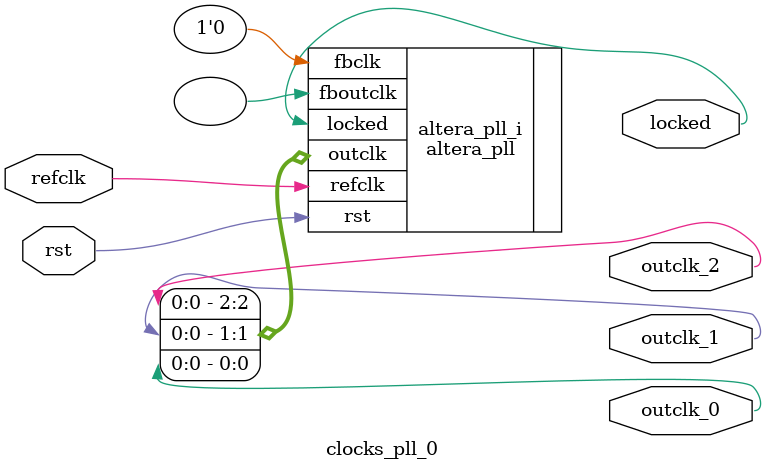
<source format=v>
`timescale 1ns/10ps
module  clocks_pll_0(

	// interface 'refclk'
	input wire refclk,

	// interface 'reset'
	input wire rst,

	// interface 'outclk0'
	output wire outclk_0,

	// interface 'outclk1'
	output wire outclk_1,

	// interface 'outclk2'
	output wire outclk_2,

	// interface 'locked'
	output wire locked
);

	altera_pll #(
		.fractional_vco_multiplier("false"),
		.reference_clock_frequency("50.0 MHz"),
		.operation_mode("direct"),
		.number_of_clocks(3),
		.output_clock_frequency0("100.000000 MHz"),
		.phase_shift0("0 ps"),
		.duty_cycle0(50),
		.output_clock_frequency1("50.000000 MHz"),
		.phase_shift1("0 ps"),
		.duty_cycle1(50),
		.output_clock_frequency2("10.000000 MHz"),
		.phase_shift2("0 ps"),
		.duty_cycle2(50),
		.output_clock_frequency3("0 MHz"),
		.phase_shift3("0 ps"),
		.duty_cycle3(50),
		.output_clock_frequency4("0 MHz"),
		.phase_shift4("0 ps"),
		.duty_cycle4(50),
		.output_clock_frequency5("0 MHz"),
		.phase_shift5("0 ps"),
		.duty_cycle5(50),
		.output_clock_frequency6("0 MHz"),
		.phase_shift6("0 ps"),
		.duty_cycle6(50),
		.output_clock_frequency7("0 MHz"),
		.phase_shift7("0 ps"),
		.duty_cycle7(50),
		.output_clock_frequency8("0 MHz"),
		.phase_shift8("0 ps"),
		.duty_cycle8(50),
		.output_clock_frequency9("0 MHz"),
		.phase_shift9("0 ps"),
		.duty_cycle9(50),
		.output_clock_frequency10("0 MHz"),
		.phase_shift10("0 ps"),
		.duty_cycle10(50),
		.output_clock_frequency11("0 MHz"),
		.phase_shift11("0 ps"),
		.duty_cycle11(50),
		.output_clock_frequency12("0 MHz"),
		.phase_shift12("0 ps"),
		.duty_cycle12(50),
		.output_clock_frequency13("0 MHz"),
		.phase_shift13("0 ps"),
		.duty_cycle13(50),
		.output_clock_frequency14("0 MHz"),
		.phase_shift14("0 ps"),
		.duty_cycle14(50),
		.output_clock_frequency15("0 MHz"),
		.phase_shift15("0 ps"),
		.duty_cycle15(50),
		.output_clock_frequency16("0 MHz"),
		.phase_shift16("0 ps"),
		.duty_cycle16(50),
		.output_clock_frequency17("0 MHz"),
		.phase_shift17("0 ps"),
		.duty_cycle17(50),
		.pll_type("General"),
		.pll_subtype("General")
	) altera_pll_i (
		.rst	(rst),
		.outclk	({outclk_2, outclk_1, outclk_0}),
		.locked	(locked),
		.fboutclk	( ),
		.fbclk	(1'b0),
		.refclk	(refclk)
	);
endmodule


</source>
